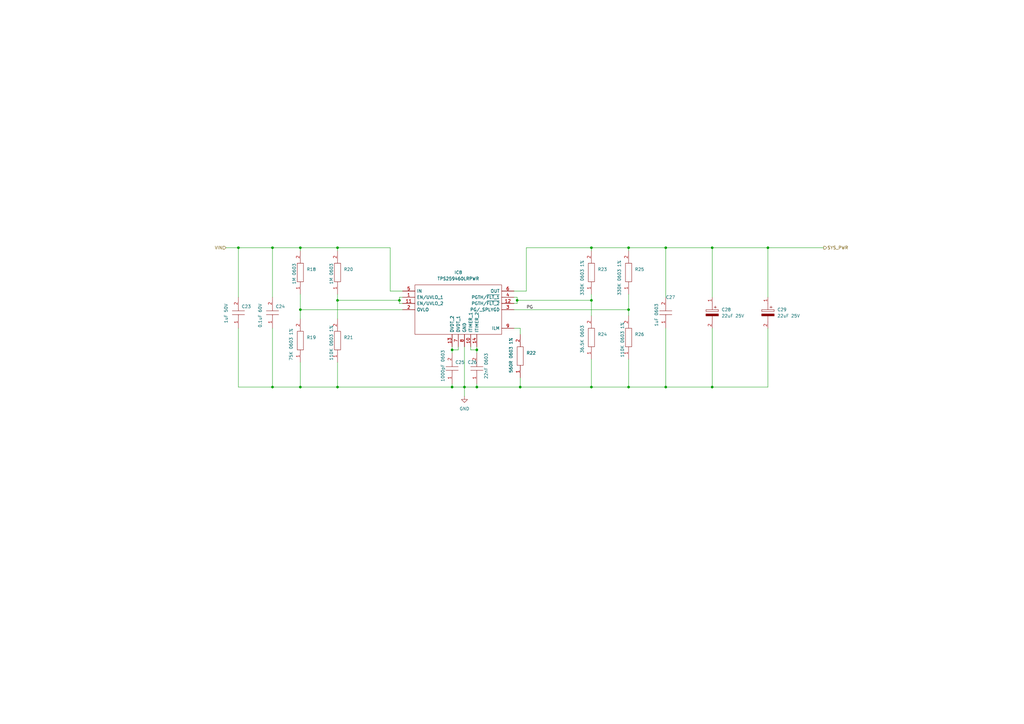
<source format=kicad_sch>
(kicad_sch (version 20211123) (generator eeschema)
  (paper "A3")
  (title_block (title "OVP/UVP/OC"))
  (lib_symbols
    (symbol "cf33pwr:06035C104K4Z2A" (pin_names (offset 0.762))
      (property "Reference" "C" (at 8.89 6.35 0))
      (property "Value" "06035C104K4Z2A" (at 8.89 3.81 0))
      (symbol "06035C104K4Z2A_0_0"
        (pin passive line (at 0 0 0) (length 5.08) (name "~") (number "1"))
        (pin passive line (at 12.7 0 180) (length 5.08) (name "~") (number "2"))
      )
      (symbol "06035C104K4Z2A_0_1"
        (polyline (pts (xy 5.08 0) (xy 5.588 0)) (stroke (width 0.1524)))
        (polyline (pts (xy 5.588 2.54) (xy 5.588 -2.54)) (stroke (width 0.1524)))
        (polyline (pts (xy 7.112 0) (xy 7.62 0)) (stroke (width 0.1524)))
        (polyline (pts (xy 7.112 2.54) (xy 7.112 -2.54)) (stroke (width 0.1524)))
      )
    )
    (symbol "cf33pwr:06035C105KAT2A" (pin_names (offset 0.762))
      (property "Reference" "C" (at 8.89 6.35 0))
      (property "Value" "06035C105KAT2A" (at 8.89 3.81 0))
      (symbol "06035C105KAT2A_0_0"
        (pin passive line (at 0 0 0) (length 5.08) (name "~") (number "1"))
        (pin passive line (at 12.7 0 180) (length 5.08) (name "~") (number "2"))
      )
      (symbol "06035C105KAT2A_0_1"
        (polyline (pts (xy 5.08 0) (xy 5.588 0)) (stroke (width 0.1524)))
        (polyline (pts (xy 5.588 2.54) (xy 5.588 -2.54)) (stroke (width 0.1524)))
        (polyline (pts (xy 7.112 0) (xy 7.62 0)) (stroke (width 0.1524)))
        (polyline (pts (xy 7.112 2.54) (xy 7.112 -2.54)) (stroke (width 0.1524)))
      )
    )
    (symbol "cf33pwr:885382206003" (pin_names (offset 0.762))
      (property "Reference" "C" (at 8.89 6.35 0))
      (property "Value" "885382206003" (at 8.89 3.81 0))
      (symbol "885382206003_0_0"
        (pin passive line (at 0 0 0) (length 5.08) (name "~") (number "1"))
        (pin passive line (at 12.7 0 180) (length 5.08) (name "~") (number "2"))
      )
      (symbol "885382206003_0_1"
        (polyline (pts (xy 5.08 0) (xy 5.588 0)) (stroke (width 0.1524)))
        (polyline (pts (xy 5.588 2.54) (xy 5.588 -2.54)) (stroke (width 0.1524)))
        (polyline (pts (xy 7.112 0) (xy 7.62 0)) (stroke (width 0.1524)))
        (polyline (pts (xy 7.112 2.54) (xy 7.112 -2.54)) (stroke (width 0.1524)))
      )
    )
    (symbol "cf33pwr:CR0603-FX-3652ELF" (pin_names (offset 0.762))
      (property "Reference" "R" (at 13.97 6.35 0))
      (property "Value" "CR0603-FX-3652ELF" (at 13.97 3.81 0))
      (symbol "CR0603-FX-3652ELF_0_0"
        (pin passive line (at 0 0 0) (length 5.08) (name "~") (number "1"))
        (pin passive line (at 17.78 0 180) (length 5.08) (name "~") (number "2"))
      )
      (symbol "CR0603-FX-3652ELF_0_1"
        (polyline (pts (xy 5.08 1.27) (xy 12.7 1.27) (xy 12.7 -1.27) (xy 5.08 -1.27) (xy 5.08 1.27)) (stroke (width 0.1524)))
      )
    )
    (symbol "cf33pwr:RC0603FR-071ML" (pin_names (offset 0.762))
      (property "Reference" "R" (at 13.97 6.35 0))
      (property "Value" "RC0603FR-071ML" (at 13.97 3.81 0))
      (symbol "RC0603FR-071ML_0_0"
        (pin passive line (at 0 0 0) (length 5.08) (name "~") (number "1"))
        (pin passive line (at 17.78 0 180) (length 5.08) (name "~") (number "2"))
      )
      (symbol "RC0603FR-071ML_0_1"
        (polyline (pts (xy 5.08 1.27) (xy 12.7 1.27) (xy 12.7 -1.27) (xy 5.08 -1.27) (xy 5.08 1.27)) (stroke (width 0.1524)))
      )
    )
    (symbol "cf33pwr:TPS259460LRPWR" (pin_names (offset 0.762))
      (property "Reference" "IC" (at 41.91 7.62 0))
      (property "Value" "TPS259460LRPWR" (at 41.91 5.08 0))
      (symbol "TPS259460LRPWR_0_0"
        (pin passive line (at 0 -2.54 0) (length 5.08) (name "EN/UVLO_1") (number "1"))
        (pin passive line (at 27.94 -22.86 90) (length 5.08) (name "ITIMER_1") (number "10"))
        (pin passive line (at 0 -5.08 0) (length 5.08) (name "EN/UVLO_2") (number "11"))
        (pin passive line (at 45.72 -5.08 180) (length 5.08) (name "PGTH/~{FLT_2}") (number "12"))
        (pin passive line (at 20.32 -22.86 90) (length 5.08) (name "DVDT_2") (number "13"))
        (pin passive line (at 30.48 -22.86 90) (length 5.08) (name "ITIMER_2") (number "14"))
        (pin passive line (at 0 -7.62 0) (length 5.08) (name "OVLO") (number "2"))
        (pin passive line (at 45.72 -7.62 180) (length 5.08) (name "PG/_SPLYGD") (number "3"))
        (pin passive line (at 45.72 -2.54 180) (length 5.08) (name "PGTH/~{FLT_1}") (number "4"))
        (pin passive line (at 0 0 0) (length 5.08) (name "IN") (number "5"))
        (pin passive line (at 45.72 0 180) (length 5.08) (name "OUT") (number "6"))
        (pin passive line (at 22.86 -22.86 90) (length 5.08) (name "DVDT_1") (number "7"))
        (pin passive line (at 25.4 -22.86 90) (length 5.08) (name "GND") (number "8"))
        (pin passive line (at 45.72 -15.24 180) (length 5.08) (name "ILM") (number "9"))
      )
      (symbol "TPS259460LRPWR_0_1"
        (polyline (pts (xy 5.08 2.54) (xy 40.64 2.54) (xy 40.64 -17.78) (xy 5.08 -17.78) (xy 5.08 2.54)) (stroke (width 0.1524)))
      )
    )
    (symbol "global_lib:CR0603-FX-3303ELF" (pin_names (offset 0.762))
      (property "Reference" "R" (at 13.97 6.35 0))
      (property "Value" "CR0603-FX-3303ELF" (at 13.97 3.81 0))
      (symbol "CR0603-FX-3303ELF_0_0"
        (pin passive line (at 0 0 0) (length 5.08) (name "~") (number "1"))
        (pin passive line (at 17.78 0 180) (length 5.08) (name "~") (number "2"))
      )
      (symbol "CR0603-FX-3303ELF_0_1"
        (polyline (pts (xy 5.08 1.27) (xy 12.7 1.27) (xy 12.7 -1.27) (xy 5.08 -1.27) (xy 5.08 1.27)) (stroke (width 0.1524)))
      )
    )
    (symbol "global_lib:CR0603-FX-5600ELF" (pin_names (offset 0.762))
      (property "Reference" "R" (at 13.97 6.35 0))
      (property "Value" "CR0603-FX-5600ELF" (at 13.97 3.81 0))
      (symbol "CR0603-FX-5600ELF_0_0"
        (pin passive line (at 0 0 0) (length 5.08) (name "~") (number "1"))
        (pin passive line (at 17.78 0 180) (length 5.08) (name "~") (number "2"))
      )
      (symbol "CR0603-FX-5600ELF_0_1"
        (polyline (pts (xy 5.08 1.27) (xy 12.7 1.27) (xy 12.7 -1.27) (xy 5.08 -1.27) (xy 5.08 1.27)) (stroke (width 0.1524)))
      )
    )
    (symbol "global_lib:CR0603-FX-7502ELF" (pin_names (offset 0.762))
      (property "Reference" "R" (at 13.97 6.35 0))
      (property "Value" "CR0603-FX-7502ELF" (at 13.97 3.81 0))
      (symbol "CR0603-FX-7502ELF_0_0"
        (pin passive line (at 0 0 0) (length 5.08) (name "~") (number "1"))
        (pin passive line (at 17.78 0 180) (length 5.08) (name "~") (number "2"))
      )
      (symbol "CR0603-FX-7502ELF_0_1"
        (polyline (pts (xy 5.08 1.27) (xy 12.7 1.27) (xy 12.7 -1.27) (xy 5.08 -1.27) (xy 5.08 1.27)) (stroke (width 0.1524)))
      )
    )
    (symbol "global_lib:ERJ-3EKF1103V" (pin_names (offset 0.762))
      (property "Reference" "R" (at 13.97 6.35 0))
      (property "Value" "ERJ-3EKF1103V" (at 13.97 3.81 0))
      (symbol "ERJ-3EKF1103V_0_0"
        (pin passive line (at 0 0 0) (length 5.08) (name "~") (number "1"))
        (pin passive line (at 17.78 0 180) (length 5.08) (name "~") (number "2"))
      )
      (symbol "ERJ-3EKF1103V_0_1"
        (polyline (pts (xy 5.08 1.27) (xy 12.7 1.27) (xy 12.7 -1.27) (xy 5.08 -1.27) (xy 5.08 1.27)) (stroke (width 0.1524)))
      )
    )
    (symbol "global_lib:T521B226M025ATE1007280" (pin_names (offset 0.762))
      (property "Reference" "C" (at 8.89 6.35 0))
      (property "Value" "T521B226M025ATE1007280" (at 8.89 3.81 0))
      (symbol "T521B226M025ATE1007280_0_0"
        (pin passive line (at 0 0 0) (length 2.54) (name "~") (number "1"))
        (pin passive line (at 12.7 0 180) (length 2.54) (name "~") (number "2"))
      )
      (symbol "T521B226M025ATE1007280_0_1"
        (polyline (pts (xy 2.54 0) (xy 5.08 0)) (stroke (width 0.1524)))
        (polyline (pts (xy 4.064 1.778) (xy 4.064 0.762)) (stroke (width 0.1524)))
        (polyline (pts (xy 4.572 1.27) (xy 3.556 1.27)) (stroke (width 0.1524)))
        (polyline (pts (xy 7.62 0) (xy 10.16 0)) (stroke (width 0.1524)))
        (polyline (pts (xy 5.08 2.54) (xy 5.08 -2.54) (xy 5.842 -2.54) (xy 5.842 2.54) (xy 5.08 2.54)) (stroke (width 0.1524)))
        (polyline (pts (xy 7.62 2.54) (xy 7.62 -2.54) (xy 6.858 -2.54) (xy 6.858 2.54) (xy 7.62 2.54)) (stroke (width 0.254)) (fill (type outline)))
      )
    )
    (symbol "global_lib:VJ0603Y102KXAAP" (pin_names (offset 0.762))
      (property "Reference" "C" (at 8.89 6.35 0))
      (property "Value" "VJ0603Y102KXAAP" (at 8.89 3.81 0))
      (symbol "VJ0603Y102KXAAP_0_0"
        (pin passive line (at 0 0 0) (length 5.08) (name "~") (number "1"))
        (pin passive line (at 12.7 0 180) (length 5.08) (name "~") (number "2"))
      )
      (symbol "VJ0603Y102KXAAP_0_1"
        (polyline (pts (xy 5.08 0) (xy 5.588 0)) (stroke (width 0.1524)))
        (polyline (pts (xy 5.588 2.54) (xy 5.588 -2.54)) (stroke (width 0.1524)))
        (polyline (pts (xy 7.112 0) (xy 7.62 0)) (stroke (width 0.1524)))
        (polyline (pts (xy 7.112 2.54) (xy 7.112 -2.54)) (stroke (width 0.1524)))
      )
    )
    (symbol "power:GND" (power) (pin_names (offset 0))
      (property "Value" "GND" (at 0 -3.81 0))
      (symbol "GND_0_1"
        (polyline (pts (xy 0 0) (xy 0 -1.27) (xy 1.27 -1.27) (xy 0 -2.54) (xy -1.27 -1.27) (xy 0 -1.27)))
      )
      (symbol "GND_1_1"
        (pin power_in line (at 0 0 270) (length 0) hide (name "GND") (number "1"))
      )
    )
  )
  (junction (at 257.81 101.6))
  (junction (at 257.81 158.75))
  (junction (at 292.1 158.75))
  (junction (at 97.79 101.6))
  (junction (at 123.19 101.6))
  (junction (at 185.42 143.51))
  (junction (at 242.57 158.75))
  (junction (at 242.57 123.19))
  (junction (at 190.5 158.75))
  (junction (at 138.43 101.6))
  (junction (at 273.05 101.6))
  (junction (at 314.96 101.6))
  (junction (at 123.19 158.75))
  (junction (at 257.81 127))
  (junction (at 185.42 158.75))
  (junction (at 195.58 143.51))
  (junction (at 273.05 158.75))
  (junction (at 292.1 101.6))
  (junction (at 242.57 101.6))
  (junction (at 212.09 123.19))
  (junction (at 195.58 158.75))
  (junction (at 138.43 158.75))
  (junction (at 123.19 127))
  (junction (at 163.83 123.19))
  (junction (at 111.76 101.6))
  (junction (at 213.36 158.75))
  (junction (at 111.76 158.75))
  (junction (at 138.43 123.19))
  (wire (pts (xy 210.82 127) (xy 257.81 127)))
  (wire (pts (xy 314.96 158.75) (xy 292.1 158.75)))
  (wire (pts (xy 160.02 119.38) (xy 165.1 119.38)))
  (wire (pts (xy 212.09 121.92) (xy 210.82 121.92)))
  (wire (pts (xy 160.02 101.6) (xy 160.02 119.38)))
  (wire (pts (xy 212.09 123.19) (xy 212.09 121.92)))
  (wire (pts (xy 242.57 120.65) (xy 242.57 123.19)))
  (wire (pts (xy 242.57 101.6) (xy 242.57 102.87)))
  (wire (pts (xy 163.83 123.19) (xy 163.83 124.46)))
  (wire (pts (xy 273.05 134.62) (xy 273.05 158.75)))
  (wire (pts (xy 242.57 158.75) (xy 257.81 158.75)))
  (wire (pts (xy 210.82 124.46) (xy 212.09 124.46)))
  (wire (pts (xy 123.19 127) (xy 123.19 130.81)))
  (wire (pts (xy 273.05 101.6) (xy 292.1 101.6)))
  (wire (pts (xy 163.83 121.92) (xy 163.83 123.19)))
  (wire (pts (xy 111.76 134.62) (xy 111.76 158.75)))
  (wire (pts (xy 212.09 124.46) (xy 212.09 123.19)))
  (wire (pts (xy 123.19 127) (xy 165.1 127)))
  (wire (pts (xy 242.57 123.19) (xy 242.57 129.54)))
  (wire (pts (xy 314.96 101.6) (xy 337.82 101.6)))
  (wire (pts (xy 215.9 101.6) (xy 242.57 101.6)))
  (wire (pts (xy 292.1 101.6) (xy 292.1 121.92)))
  (wire (pts (xy 257.81 127) (xy 257.81 129.54)))
  (wire (pts (xy 242.57 101.6) (xy 257.81 101.6)))
  (wire (pts (xy 138.43 120.65) (xy 138.43 123.19)))
  (wire (pts (xy 193.04 142.24) (xy 193.04 143.51)))
  (wire (pts (xy 138.43 148.59) (xy 138.43 158.75)))
  (wire (pts (xy 242.57 158.75) (xy 213.36 158.75)))
  (wire (pts (xy 213.36 134.62) (xy 210.82 134.62)))
  (wire (pts (xy 215.9 119.38) (xy 215.9 101.6)))
  (wire (pts (xy 97.79 158.75) (xy 111.76 158.75)))
  (wire (pts (xy 195.58 143.51) (xy 195.58 144.78)))
  (wire (pts (xy 215.9 119.38) (xy 210.82 119.38)))
  (wire (pts (xy 257.81 158.75) (xy 273.05 158.75)))
  (wire (pts (xy 257.81 101.6) (xy 257.81 102.87)))
  (wire (pts (xy 212.09 123.19) (xy 242.57 123.19)))
  (wire (pts (xy 190.5 158.75) (xy 185.42 158.75)))
  (wire (pts (xy 185.42 142.24) (xy 185.42 143.51)))
  (wire (pts (xy 213.36 137.16) (xy 213.36 134.62)))
  (wire (pts (xy 123.19 158.75) (xy 138.43 158.75)))
  (wire (pts (xy 292.1 134.62) (xy 292.1 158.75)))
  (wire (pts (xy 273.05 121.92) (xy 273.05 101.6)))
  (wire (pts (xy 97.79 101.6) (xy 111.76 101.6)))
  (wire (pts (xy 111.76 101.6) (xy 111.76 121.92)))
  (wire (pts (xy 92.71 101.6) (xy 97.79 101.6)))
  (wire (pts (xy 314.96 101.6) (xy 314.96 121.92)))
  (wire (pts (xy 314.96 134.62) (xy 314.96 158.75)))
  (wire (pts (xy 193.04 143.51) (xy 195.58 143.51)))
  (wire (pts (xy 123.19 120.65) (xy 123.19 127)))
  (wire (pts (xy 138.43 101.6) (xy 160.02 101.6)))
  (wire (pts (xy 257.81 101.6) (xy 273.05 101.6)))
  (wire (pts (xy 213.36 154.94) (xy 213.36 158.75)))
  (wire (pts (xy 138.43 123.19) (xy 138.43 130.81)))
  (wire (pts (xy 185.42 143.51) (xy 187.96 143.51)))
  (wire (pts (xy 187.96 142.24) (xy 187.96 143.51)))
  (wire (pts (xy 273.05 158.75) (xy 292.1 158.75)))
  (wire (pts (xy 123.19 148.59) (xy 123.19 158.75)))
  (wire (pts (xy 111.76 101.6) (xy 123.19 101.6)))
  (wire (pts (xy 195.58 142.24) (xy 195.58 143.51)))
  (wire (pts (xy 190.5 158.75) (xy 190.5 162.56)))
  (wire (pts (xy 185.42 143.51) (xy 185.42 144.78)))
  (wire (pts (xy 213.36 158.75) (xy 195.58 158.75)))
  (wire (pts (xy 257.81 120.65) (xy 257.81 127)))
  (wire (pts (xy 138.43 123.19) (xy 163.83 123.19)))
  (wire (pts (xy 97.79 134.62) (xy 97.79 158.75)))
  (wire (pts (xy 292.1 101.6) (xy 314.96 101.6)))
  (wire (pts (xy 111.76 158.75) (xy 123.19 158.75)))
  (wire (pts (xy 123.19 102.87) (xy 123.19 101.6)))
  (wire (pts (xy 195.58 157.48) (xy 195.58 158.75)))
  (wire (pts (xy 195.58 158.75) (xy 190.5 158.75)))
  (wire (pts (xy 190.5 142.24) (xy 190.5 158.75)))
  (wire (pts (xy 185.42 157.48) (xy 185.42 158.75)))
  (wire (pts (xy 165.1 121.92) (xy 163.83 121.92)))
  (wire (pts (xy 138.43 101.6) (xy 138.43 102.87)))
  (wire (pts (xy 257.81 147.32) (xy 257.81 158.75)))
  (wire (pts (xy 185.42 158.75) (xy 138.43 158.75)))
  (wire (pts (xy 97.79 101.6) (xy 97.79 121.92)))
  (wire (pts (xy 163.83 124.46) (xy 165.1 124.46)))
  (wire (pts (xy 123.19 101.6) (xy 138.43 101.6)))
  (wire (pts (xy 242.57 147.32) (xy 242.57 158.75)))
  (label "PG" (at 215.9 127 0))
  (hierarchical_label "SYS_PWR" (shape output) (at 337.82 101.6 0))
  (hierarchical_label "VIN" (shape input) (at 92.71 101.6 180))
  (symbol (lib_id "global_lib:ERJ-3EKF1103V") (at 257.81 147.32 90) (unit 1)
    (property "Reference" "R26" (at 260.35 137.1599 90) (effects (justify right)))
    (property "Value" "110K 0603 1%" (at 255.27 132.08 0) (effects (justify right)))
    (property "Footprint" "R_0603_1608Metric" (effects hide))
    (property "Datasheet" "https://industrial.panasonic.com/cdbs/www-data/pdf/RDA0000/AOA0000C304.pdf" (effects hide))
    (property "Description" "Thick Film Resistors - SMD 0603 110Kohms 1% AEC-Q200" (effects hide))
    (property "Height" "0.55" (effects hide))
    (property "Manufacturer_Name" "Panasonic" (effects hide))
    (property "Manufacturer_Part_Number" "ERJ-3EKF1103V" (effects hide))
    (property "Mouser Part Number" "667-ERJ-3EKF1103V" (effects hide))
    (property "Mouser Price/Stock" "https://www.mouser.com/Search/Refine.aspx?Keyword=667-ERJ-3EKF1103V" (effects hide))
    (property "Arrow Part Number" "ERJ-3EKF1103V" (effects hide))
    (property "Arrow Price/Stock" "https://www.arrow.com/en/products/erj-3ekf1103v/panasonic" (effects hide))
  )
  (symbol (lib_id "cf33pwr:RC0603FR-071ML") (at 138.43 120.65 90) (unit 1)
    (property "Reference" "R20" (at 140.97 110.4899 90) (effects (justify right)))
    (property "Value" "1M 0603" (at 135.89 107.95 0) (effects (justify right)))
    (property "Footprint" "R_0603_1608Metric" (effects hide))
    (property "Datasheet" "https://www.yageo.com/upload/media/product/productsearch/datasheet/rchip/PYu-RC_Group_51_RoHS_L_11.pdf" (effects hide))
    (property "Description" "YAGEO (PHYCOMP) - RC0603FR-071ML - RES, THICK FILM, 1M, 1%, 0.1W, 0603" (effects hide))
    (property "Height" "0.55" (effects hide))
    (property "Manufacturer_Name" "YAGEO (PHYCOMP)" (effects hide))
    (property "Manufacturer_Part_Number" "RC0603FR-071ML" (effects hide))
    (property "Mouser Part Number" "603-RC0603FR-071ML" (effects hide))
    (property "Mouser Price/Stock" "https://www.mouser.co.uk/ProductDetail/YAGEO/RC0603FR-071ML?qs=VU8sRB4EgwDPceeQKB324w%3D%3D" (effects hide))
    (property "Arrow Part Number" "RC0603FR-071ML" (effects hide))
    (property "Arrow Price/Stock" "https://www.arrow.com/en/products/rc0603fr-071ml/yageo?region=europe" (effects hide))
  )
  (symbol (lib_id "global_lib:CR0603-FX-3303ELF") (at 242.57 120.65 90) (unit 1)
    (property "Reference" "R23" (at 245.11 110.4899 90) (effects (justify right)))
    (property "Value" "330K 0603 1%" (at 238.76 106.68 0) (effects (justify right)))
    (property "Footprint" "R_0603_1608Metric" (effects hide))
    (property "Datasheet" "https://www.bourns.com/pdfs/chpreztr.pdf" (effects hide))
    (property "Description" "BOURNS - CR0603-FX-3303ELF - RES, 330K, 1%, 0603, THICK FILM" (effects hide))
    (property "Height" "0.55" (effects hide))
    (property "Manufacturer_Name" "Bourns" (effects hide))
    (property "Manufacturer_Part_Number" "CR0603-FX-3303ELF" (effects hide))
    (property "Mouser Part Number" "652-CR0603FX-3303ELF" (effects hide))
    (property "Mouser Price/Stock" "https://www.mouser.com/Search/Refine.aspx?Keyword=652-CR0603FX-3303ELF" (effects hide))
  )
  (symbol (lib_id "global_lib:CR0603-FX-3303ELF") (at 257.81 120.65 90) (unit 1)
    (property "Reference" "R25" (at 260.35 110.4899 90) (effects (justify right)))
    (property "Value" "330K 0603 1%" (at 254 106.68 0) (effects (justify right)))
    (property "Footprint" "R_0603_1608Metric" (effects hide))
    (property "Datasheet" "https://www.bourns.com/pdfs/chpreztr.pdf" (effects hide))
    (property "Description" "BOURNS - CR0603-FX-3303ELF - RES, 330K, 1%, 0603, THICK FILM" (effects hide))
    (property "Height" "0.55" (effects hide))
    (property "Manufacturer_Name" "Bourns" (effects hide))
    (property "Manufacturer_Part_Number" "CR0603-FX-3303ELF" (effects hide))
    (property "Mouser Part Number" "652-CR0603FX-3303ELF" (effects hide))
    (property "Mouser Price/Stock" "https://www.mouser.com/Search/Refine.aspx?Keyword=652-CR0603FX-3303ELF" (effects hide))
  )
  (symbol (lib_id "global_lib:ERJ-3EKF1103V") (at 138.43 148.59 90) (unit 1)
    (property "Reference" "R21" (at 140.97 138.4299 90) (effects (justify right)))
    (property "Value" "110K 0603 1%" (at 135.89 133.35 0) (effects (justify right)))
    (property "Footprint" "R_0603_1608Metric" (effects hide))
    (property "Datasheet" "https://industrial.panasonic.com/cdbs/www-data/pdf/RDA0000/AOA0000C304.pdf" (effects hide))
    (property "Description" "Thick Film Resistors - SMD 0603 110Kohms 1% AEC-Q200" (effects hide))
    (property "Height" "0.55" (effects hide))
    (property "Manufacturer_Name" "Panasonic" (effects hide))
    (property "Manufacturer_Part_Number" "ERJ-3EKF1103V" (effects hide))
    (property "Mouser Part Number" "667-ERJ-3EKF1103V" (effects hide))
    (property "Mouser Price/Stock" "https://www.mouser.com/Search/Refine.aspx?Keyword=667-ERJ-3EKF1103V" (effects hide))
    (property "Arrow Part Number" "ERJ-3EKF1103V" (effects hide))
    (property "Arrow Price/Stock" "https://www.arrow.com/en/products/erj-3ekf1103v/panasonic" (effects hide))
  )
  (symbol (lib_id "cf33pwr:885382206003") (at 195.58 157.48 90) (unit 1)
    (property "Reference" "C26" (at 191.77 148.59 90) (effects (justify right)))
    (property "Value" "22nF 0603" (at 199.39 144.78 0) (effects (justify right)))
    (property "Footprint" "C_0603_1608Metric" (effects hide))
    (property "Datasheet" "https://katalog.we-online.com/pbs/datasheet/885382206003.pdf" (effects hide))
    (property "Description" "Multilayer Ceramic Chip Capacitor WCAP-CSST Series 0603 22000pF X7R0603223K050DFCT1S000" (effects hide))
    (property "Height" "0.87" (effects hide))
    (property "Manufacturer_Name" "Wurth Elektronik" (effects hide))
    (property "Manufacturer_Part_Number" "885382206003" (effects hide))
    (property "Mouser Part Number" "710-885382206003" (effects hide))
    (property "Mouser Price/Stock" "https://www.mouser.co.uk/ProductDetail/Wurth-Elektronik/885382206003?qs=0lSvoLzn4L%252B83RgOU%2FBlQw%3D%3D" (effects hide))
  )
  (symbol (lib_id "cf33pwr:06035C105KAT2A") (at 97.79 134.62 90) (unit 1)
    (property "Reference" "C23" (at 99.06 125.73 90) (effects (justify right)))
    (property "Value" "1uF 50V" (at 92.71 124.46 0) (effects (justify right)))
    (property "Footprint" "C_0603_1608Metric" (effects hide))
    (property "Datasheet" "https://componentsearchengine.com/Datasheets/1/06031A100FAT2A.pdf" (effects hide))
    (property "Description" "Multilayer Ceramic Capacitors MLCC - SMD/SMT 1.0UF    50V   10%        0603" (effects hide))
    (property "Height" "0.9" (effects hide))
    (property "Manufacturer_Name" "AVX" (effects hide))
    (property "Manufacturer_Part_Number" "06035C105KAT2A" (effects hide))
    (property "Mouser Part Number" "581-06035C105KAT2A" (effects hide))
    (property "Mouser Price/Stock" "https://www.mouser.co.uk/ProductDetail/AVX/06035C105KAT2A/?qs=%252BdQmOuGyFcGCdIIWh6fU7Q%3D%3D" (effects hide))
    (property "Arrow Part Number" "06035C105KAT2A" (effects hide))
    (property "Arrow Price/Stock" "https://www.arrow.com/en/products/06035c105kat2a/avx" (effects hide))
  )
  (symbol (lib_id "global_lib:VJ0603Y102KXAAP") (at 185.42 157.48 90) (unit 1)
    (property "Reference" "C25" (at 186.69 148.59 90) (effects (justify right)))
    (property "Value" "1000pF 0603" (at 181.61 143.51 0) (effects (justify right)))
    (property "Footprint" "C_0603_1608Metric" (effects hide))
    (property "Datasheet" "http://www.vishay.com/docs/45226/vj31xrohsautomlcc.pdf" (effects hide))
    (property "Description" "Multilayer Ceramic Capacitors MLCC - SMD/SMT 0603 1000pF 50volts X7R 10%" (effects hide))
    (property "Height" "0.97" (effects hide))
    (property "Manufacturer_Name" "Vishay" (effects hide))
    (property "Manufacturer_Part_Number" "VJ0603Y102KXAAP" (effects hide))
    (property "Mouser Part Number" "77-VJ0603Y102KXAAP" (effects hide))
    (property "Mouser Price/Stock" "https://www.mouser.co.uk/ProductDetail/Vishay-Vitramon/VJ0603Y102KXAAP?qs=UdvzsOws079GqmNKFfv%252BGg%3D%3D" (effects hide))
    (property "Arrow Part Number" "VJ0603Y102KXAAP" (effects hide))
    (property "Arrow Price/Stock" "https://www.arrow.com/en/products/vj0603y102kxaap/vishay?region=nac" (effects hide))
  )
  (symbol (lib_id "cf33pwr:CR0603-FX-3652ELF") (at 242.57 147.32 90) (unit 1)
    (property "Reference" "R24" (at 245.11 137.1599 90) (effects (justify right)))
    (property "Value" "36.5K 0603" (at 238.76 133.35 0) (effects (justify right)))
    (property "Footprint" "R_0603_1608Metric" (effects hide))
    (property "Datasheet" "https://www.bourns.com/pdfs/chpreztr.pdf" (effects hide))
    (property "Description" "Bourns Chip Resistors CR0603 series 3652" (effects hide))
    (property "Height" "0.55" (effects hide))
    (property "Manufacturer_Name" "Bourns" (effects hide))
    (property "Manufacturer_Part_Number" "CR0603-FX-3652ELF" (effects hide))
  )
  (symbol (lib_id "global_lib:CR0603-FX-5600ELF") (at 213.36 154.94 90) (unit 1)
    (property "Reference" "R22" (at 215.9 144.7799 90) (effects (justify right)))
    (property "Value" "560R 0603 1%" (at 209.55 138.43 0) (effects (justify right)))
    (property "Footprint" "R_0603_1608Metric" (effects hide))
    (property "Datasheet" "https://www.bourns.com/pdfs/chpreztr.pdf" (effects hide))
    (property "Description" "BOURNS - CR0603-FX-5600ELF - RES, 560R, 1%, 0603, THICK FILM" (effects hide))
    (property "Height" "0.55" (effects hide))
    (property "Manufacturer_Name" "Bourns" (effects hide))
    (property "Manufacturer_Part_Number" "CR0603-FX-5600ELF" (effects hide))
    (property "Mouser Part Number" "652-CR0603FX-5600ELF" (effects hide))
    (property "Mouser Price/Stock" "https://www.mouser.co.uk/ProductDetail/Bourns/CR0603-FX-5600ELF?qs=0nF2VnfAjXldqEoVxdic1Q%3D%3D" (effects hide))
    (property "Arrow Part Number" "CR0603-FX-5600ELF" (effects hide))
    (property "Arrow Price/Stock" "https://www.arrow.com/en/products/cr0603-fx-5600elf/bourns" (effects hide))
  )
  (symbol (lib_id "global_lib:T521B226M025ATE1007280") (at 292.1 121.92 270) (unit 1)
    (property "Reference" "C28" (at 295.91 126.9999 90) (effects (justify left)))
    (property "Value" "22uF 25V" (at 295.91 129.5399 90) (effects (justify left)))
    (property "Footprint" "CAPPM3528X200N" (effects hide))
    (property "Datasheet" "https://api.kemet.com/component-edge/download/specsheet/T521B226M025ATE1007280.pdf" (effects hide))
    (property "Description" "Tantalum Capacitors - Polymer SMD 25V 22uF 1311 20% ESR=100mOhms" (effects hide))
    (property "Height" "2" (effects hide))
    (property "Manufacturer_Name" "KEMET" (effects hide))
    (property "Manufacturer_Part_Number" "T521B226M025ATE1007280" (effects hide))
    (property "Mouser Part Number" "80-T521B226M25E100LR" (effects hide))
    (property "Mouser Price/Stock" "https://www.mouser.co.uk/ProductDetail/KEMET/T521B226M025ATE1007280?qs=AQlKX63v8Rva%2F9zic7%2FWIg%3D%3D" (effects hide))
    (property "Arrow Part Number" "T521B226M025ATE1007280" (effects hide))
    (property "Arrow Price/Stock" "https://www.arrow.com/en/products/t521b226m025ate1007280/kemet-corporation?region=nac" (effects hide))
  )
  (symbol (lib_id "power:GND") (at 190.5 162.56 0) (unit 1)
    (property "Reference" "#PWR038" (effects hide))
    (property "Value" "GND" (at 190.5 167.64 0))
  )
  (symbol (lib_id "global_lib:T521B226M025ATE1007280") (at 314.96 121.92 270) (unit 1) (in_bom no)
    (property "Reference" "C29" (at 318.77 126.9999 90) (effects (justify left)))
    (property "Value" "22uF 25V" (at 318.77 129.5399 90) (effects (justify left)))
    (property "Footprint" "CAPPM3528X200N" (effects hide))
    (property "Datasheet" "https://api.kemet.com/component-edge/download/specsheet/T521B226M025ATE1007280.pdf" (effects hide))
    (property "Description" "Tantalum Capacitors - Polymer SMD 25V 22uF 1311 20% ESR=100mOhms" (effects hide))
    (property "Height" "2" (effects hide))
    (property "Manufacturer_Name" "KEMET" (effects hide))
    (property "Manufacturer_Part_Number" "T521B226M025ATE1007280" (effects hide))
    (property "Mouser Part Number" "80-T521B226M25E100LR" (effects hide))
    (property "Mouser Price/Stock" "https://www.mouser.co.uk/ProductDetail/KEMET/T521B226M025ATE1007280?qs=AQlKX63v8Rva%2F9zic7%2FWIg%3D%3D" (effects hide))
    (property "Arrow Part Number" "T521B226M025ATE1007280" (effects hide))
    (property "Arrow Price/Stock" "https://www.arrow.com/en/products/t521b226m025ate1007280/kemet-corporation?region=nac" (effects hide))
  )
  (symbol (lib_id "cf33pwr:06035C105KAT2A") (at 273.05 134.62 90) (unit 1)
    (property "Reference" "C27" (at 273.05 121.92 90) (effects (justify right)))
    (property "Value" "1uF 0603" (at 269.24 124.46 0) (effects (justify right)))
    (property "Footprint" "C_0603_1608Metric" (effects hide))
    (property "Datasheet" "https://componentsearchengine.com/Datasheets/1/06031A100FAT2A.pdf" (effects hide))
    (property "Description" "Multilayer Ceramic Capacitors MLCC - SMD/SMT 1.0UF    50V   10%        0603" (effects hide))
    (property "Height" "0.9" (effects hide))
    (property "Manufacturer_Name" "AVX" (effects hide))
    (property "Manufacturer_Part_Number" "06035C105KAT2A" (effects hide))
    (property "Mouser Part Number" "581-06035C105KAT2A" (effects hide))
    (property "Mouser Price/Stock" "https://www.mouser.co.uk/ProductDetail/AVX/06035C105KAT2A/?qs=%252BdQmOuGyFcGCdIIWh6fU7Q%3D%3D" (effects hide))
    (property "Arrow Part Number" "06035C105KAT2A" (effects hide))
    (property "Arrow Price/Stock" "https://www.arrow.com/en/products/06035c105kat2a/avx" (effects hide))
  )
  (symbol (lib_id "global_lib:CR0603-FX-7502ELF") (at 123.19 148.59 90) (unit 1)
    (property "Reference" "R19" (at 125.73 138.4299 90) (effects (justify right)))
    (property "Value" "75K 0603 1%" (at 119.38 134.62 0) (effects (justify right)))
    (property "Footprint" "R_0603_1608Metric" (effects hide))
    (property "Datasheet" "https://www.bourns.com/pdfs/chpreztr.pdf" (effects hide))
    (property "Description" "BOURNS - CR0603-FX-7502ELF - RES, 75K, 1%, 0603, THICK FILM" (effects hide))
    (property "Height" "0.55" (effects hide))
    (property "Manufacturer_Name" "Bourns" (effects hide))
    (property "Manufacturer_Part_Number" "CR0603-FX-7502ELF" (effects hide))
    (property "Mouser Part Number" "652-CR0603FX-7502ELF" (effects hide))
    (property "Mouser Price/Stock" "https://www.mouser.co.uk/ProductDetail/Bourns/CR0603-FX-7502ELF?qs=Ody%252BWaR0NcFzWoY%2F8%252BGBmQ%3D%3D" (effects hide))
    (property "Arrow Part Number" "CR0603-FX-7502ELF" (effects hide))
    (property "Arrow Price/Stock" "https://www.arrow.com/en/products/cr0603-fx-7502elf/bourns?region=nac" (effects hide))
  )
  (symbol (lib_id "cf33pwr:TPS259460LRPWR") (at 165.1 119.38 0) (unit 1)
    (property "Reference" "IC8" (at 187.96 111.76 0))
    (property "Value" "TPS259460LRPWR" (at 187.96 114.3 0))
    (property "Footprint" "TPS259460LRPWR" (effects hide))
    (property "Datasheet" "https://www.ti.com/lit/ds/symlink/tps25946.pdf?ts=1644602938325&ref_url=https%253A%252F%252Fwww.ti.com%252Fproduct%252FTPS25946" (effects hide))
    (property "Description" "Hot Swap Voltage Controllers 2.7-V to 23-V, 5.5-A, 28-m? eFuse with bi-directional current support" (effects hide))
    (property "Height" "1" (effects hide))
    (property "Manufacturer_Name" "Texas Instruments" (effects hide))
    (property "Manufacturer_Part_Number" "TPS259460ARPWR" (effects hide))
  )
  (symbol (lib_id "cf33pwr:06035C104K4Z2A") (at 111.76 134.62 90) (unit 1)
    (property "Reference" "C24" (at 113.03 125.73 90) (effects (justify right)))
    (property "Value" "0.1uF 60V" (at 106.68 124.46 0) (effects (justify right)))
    (property "Footprint" "C_0603_1608Metric" (effects hide))
    (property "Datasheet" "http://datasheets.avx.com/X7RDielectric.pdf" (effects hide))
    (property "Description" "AVX 0603 Standard 100nF Ceramic Multilayer Capacitor, 60 V dc, +125" (effects hide))
    (property "Height" "0.9" (effects hide))
    (property "Manufacturer_Name" "AVX" (effects hide))
    (property "Manufacturer_Part_Number" "06035C104K4Z2A" (effects hide))
    (property "Mouser Part Number" "581-06035C104K4Z2A" (effects hide))
    (property "Mouser Price/Stock" "https://www.mouser.co.uk/ProductDetail/AVX/06035C104K4Z2A?qs=Xu68utgrSJ%252BIWkcA%2FahcwQ%3D%3D" (effects hide))
    (property "Arrow Part Number" "06035C104K4Z2A" (effects hide))
    (property "Arrow Price/Stock" "https://www.arrow.com/en/products/06035c104k4z2a/avx?region=nac" (effects hide))
  )
  (symbol (lib_id "cf33pwr:RC0603FR-071ML") (at 123.19 120.65 90) (unit 1)
    (property "Reference" "R18" (at 125.73 110.4899 90) (effects (justify right)))
    (property "Value" "1M 0603" (at 120.65 107.95 0) (effects (justify right)))
    (property "Footprint" "R_0603_1608Metric" (effects hide))
    (property "Datasheet" "https://www.yageo.com/upload/media/product/productsearch/datasheet/rchip/PYu-RC_Group_51_RoHS_L_11.pdf" (effects hide))
    (property "Description" "YAGEO (PHYCOMP) - RC0603FR-071ML - RES, THICK FILM, 1M, 1%, 0.1W, 0603" (effects hide))
    (property "Height" "0.55" (effects hide))
    (property "Manufacturer_Name" "YAGEO (PHYCOMP)" (effects hide))
    (property "Manufacturer_Part_Number" "RC0603FR-071ML" (effects hide))
    (property "Mouser Part Number" "603-RC0603FR-071ML" (effects hide))
    (property "Mouser Price/Stock" "https://www.mouser.co.uk/ProductDetail/YAGEO/RC0603FR-071ML?qs=VU8sRB4EgwDPceeQKB324w%3D%3D" (effects hide))
    (property "Arrow Part Number" "RC0603FR-071ML" (effects hide))
    (property "Arrow Price/Stock" "https://www.arrow.com/en/products/rc0603fr-071ml/yageo?region=europe" (effects hide))
  )
)
</source>
